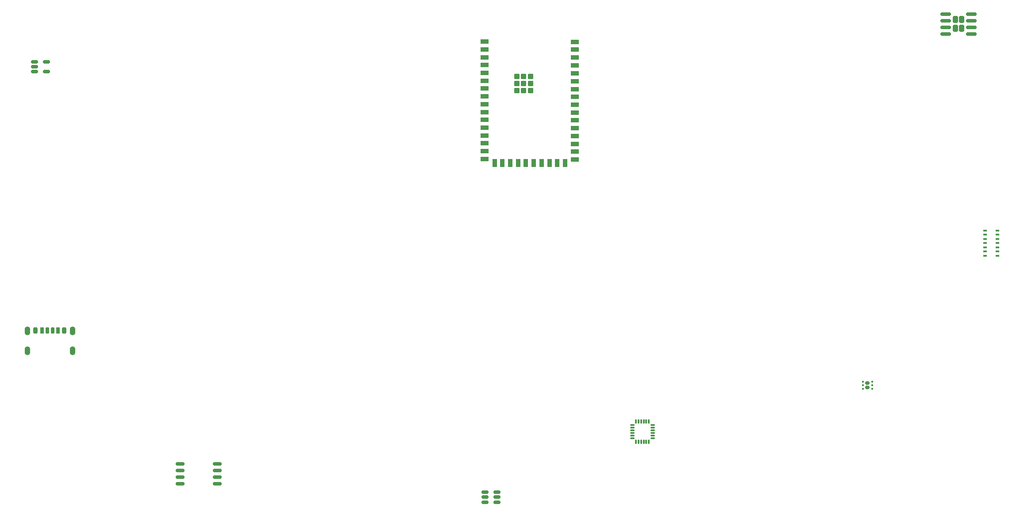
<source format=gbr>
%TF.GenerationSoftware,KiCad,Pcbnew,9.0.0*%
%TF.CreationDate,2025-04-09T11:56:36+05:30*%
%TF.ProjectId,IoT enabled health monitor,496f5420-656e-4616-926c-656420686561,rev?*%
%TF.SameCoordinates,Original*%
%TF.FileFunction,Paste,Top*%
%TF.FilePolarity,Positive*%
%FSLAX46Y46*%
G04 Gerber Fmt 4.6, Leading zero omitted, Abs format (unit mm)*
G04 Created by KiCad (PCBNEW 9.0.0) date 2025-04-09 11:56:36*
%MOMM*%
%LPD*%
G01*
G04 APERTURE LIST*
G04 Aperture macros list*
%AMRoundRect*
0 Rectangle with rounded corners*
0 $1 Rounding radius*
0 $2 $3 $4 $5 $6 $7 $8 $9 X,Y pos of 4 corners*
0 Add a 4 corners polygon primitive as box body*
4,1,4,$2,$3,$4,$5,$6,$7,$8,$9,$2,$3,0*
0 Add four circle primitives for the rounded corners*
1,1,$1+$1,$2,$3*
1,1,$1+$1,$4,$5*
1,1,$1+$1,$6,$7*
1,1,$1+$1,$8,$9*
0 Add four rect primitives between the rounded corners*
20,1,$1+$1,$2,$3,$4,$5,0*
20,1,$1+$1,$4,$5,$6,$7,0*
20,1,$1+$1,$6,$7,$8,$9,0*
20,1,$1+$1,$8,$9,$2,$3,0*%
G04 Aperture macros list end*
%ADD10RoundRect,0.150000X-0.512500X-0.150000X0.512500X-0.150000X0.512500X0.150000X-0.512500X0.150000X0*%
%ADD11RoundRect,0.250000X-0.285000X-0.285000X0.285000X-0.285000X0.285000X0.285000X-0.285000X0.285000X0*%
%ADD12R,1.500000X0.900000*%
%ADD13R,0.900000X1.500000*%
%ADD14RoundRect,0.242500X-0.242500X-0.422500X0.242500X-0.422500X0.242500X0.422500X-0.242500X0.422500X0*%
%ADD15RoundRect,0.150000X-0.825000X-0.150000X0.825000X-0.150000X0.825000X0.150000X-0.825000X0.150000X0*%
%ADD16RoundRect,0.162500X-0.650000X-0.162500X0.650000X-0.162500X0.650000X0.162500X-0.650000X0.162500X0*%
%ADD17RoundRect,0.160000X-0.245000X-0.160000X0.245000X-0.160000X0.245000X0.160000X-0.245000X0.160000X0*%
%ADD18RoundRect,0.093750X-0.093750X-0.106250X0.093750X-0.106250X0.093750X0.106250X-0.093750X0.106250X0*%
%ADD19RoundRect,0.075000X-0.350000X-0.075000X0.350000X-0.075000X0.350000X0.075000X-0.350000X0.075000X0*%
%ADD20RoundRect,0.075000X0.075000X-0.350000X0.075000X0.350000X-0.075000X0.350000X-0.075000X-0.350000X0*%
%ADD21RoundRect,0.087500X-0.287500X-0.087500X0.287500X-0.087500X0.287500X0.087500X-0.287500X0.087500X0*%
%ADD22RoundRect,0.175000X-0.175000X-0.425000X0.175000X-0.425000X0.175000X0.425000X-0.175000X0.425000X0*%
%ADD23RoundRect,0.190000X0.190000X0.410000X-0.190000X0.410000X-0.190000X-0.410000X0.190000X-0.410000X0*%
%ADD24RoundRect,0.200000X0.200000X0.400000X-0.200000X0.400000X-0.200000X-0.400000X0.200000X-0.400000X0*%
%ADD25RoundRect,0.175000X0.175000X0.425000X-0.175000X0.425000X-0.175000X-0.425000X0.175000X-0.425000X0*%
%ADD26RoundRect,0.190000X-0.190000X-0.410000X0.190000X-0.410000X0.190000X0.410000X-0.190000X0.410000X0*%
%ADD27RoundRect,0.200000X-0.200000X-0.400000X0.200000X-0.400000X0.200000X0.400000X-0.200000X0.400000X0*%
%ADD28O,1.100000X1.700000*%
G04 APERTURE END LIST*
D10*
%TO.C,U9*%
X148475000Y-150600000D03*
X148475000Y-151550000D03*
X148475000Y-152500000D03*
X150750000Y-152500000D03*
X150750000Y-151550000D03*
X150750000Y-150600000D03*
%TD*%
D11*
%TO.C,U8*%
X154497500Y-70940000D03*
X154497500Y-72270000D03*
X154497500Y-73600000D03*
X155827500Y-70940000D03*
X155827500Y-72270000D03*
X155827500Y-73600000D03*
X157157500Y-70940000D03*
X157157500Y-72270000D03*
X157157500Y-73600000D03*
D12*
X148392500Y-64230000D03*
X148392500Y-65730000D03*
X148392500Y-67230000D03*
X148392500Y-68730000D03*
X148392500Y-70230000D03*
X148392500Y-71730000D03*
X148392500Y-73230000D03*
X148392500Y-74730000D03*
X148392500Y-76230000D03*
X148392500Y-77730000D03*
X148392500Y-79230000D03*
X148392500Y-80730000D03*
X148392500Y-82230000D03*
X148392500Y-83730000D03*
X148392500Y-85230000D03*
X148392500Y-86730000D03*
D13*
X150267500Y-87480000D03*
X151767500Y-87480000D03*
X153267500Y-87480000D03*
X154767500Y-87480000D03*
X156267500Y-87480000D03*
X157767500Y-87480000D03*
X159267500Y-87480000D03*
X160767500Y-87480000D03*
X162267500Y-87480000D03*
X163767500Y-87480000D03*
D12*
X165642500Y-86830000D03*
X165642500Y-85330000D03*
X165642500Y-83830000D03*
X165642500Y-82330000D03*
X165642500Y-80830000D03*
X165642500Y-79330000D03*
X165642500Y-77830000D03*
X165642500Y-76330000D03*
X165642500Y-74830000D03*
X165642500Y-73330000D03*
X165642500Y-71830000D03*
X165642500Y-70330000D03*
X165642500Y-68830000D03*
X165642500Y-67230000D03*
X165642500Y-65730000D03*
X165642500Y-64330000D03*
%TD*%
D14*
%TO.C,U7*%
X238425000Y-60020000D03*
X238425000Y-61670000D03*
X239625000Y-60020000D03*
X239625000Y-61670000D03*
D15*
X236550000Y-58940000D03*
X236550000Y-60210000D03*
X236550000Y-61480000D03*
X236550000Y-62750000D03*
X241500000Y-62750000D03*
X241500000Y-61480000D03*
X241500000Y-60210000D03*
X241500000Y-58940000D03*
%TD*%
D10*
%TO.C,U6*%
X62225000Y-68100000D03*
X62225000Y-69050000D03*
X62225000Y-70000000D03*
X64500000Y-70000000D03*
X64500000Y-68100000D03*
%TD*%
D16*
%TO.C,U4*%
X90075000Y-145190000D03*
X90075000Y-146460000D03*
X90075000Y-147730000D03*
X90075000Y-149000000D03*
X97250000Y-149000000D03*
X97250000Y-147730000D03*
X97250000Y-146460000D03*
X97250000Y-145190000D03*
%TD*%
D17*
%TO.C,U3*%
X221612500Y-129700000D03*
X221612500Y-130500000D03*
D18*
X220725000Y-129450000D03*
X220725000Y-130100000D03*
X220725000Y-130750000D03*
X222500000Y-130750000D03*
X222500000Y-130100000D03*
X222500000Y-129450000D03*
%TD*%
D19*
%TO.C,U2*%
X176600000Y-137750000D03*
X176600000Y-138250000D03*
X176600000Y-138750000D03*
X176600000Y-139250000D03*
X176600000Y-139750000D03*
X176600000Y-140250000D03*
D20*
X177300000Y-140950000D03*
X177800000Y-140950000D03*
X178300000Y-140950000D03*
X178800000Y-140950000D03*
X179300000Y-140950000D03*
X179800000Y-140950000D03*
D19*
X180500000Y-140250000D03*
X180500000Y-139750000D03*
X180500000Y-139250000D03*
X180500000Y-138750000D03*
X180500000Y-138250000D03*
X180500000Y-137750000D03*
D20*
X179800000Y-137050000D03*
X179300000Y-137050000D03*
X178800000Y-137050000D03*
X178300000Y-137050000D03*
X177800000Y-137050000D03*
X177300000Y-137050000D03*
%TD*%
D21*
%TO.C,U1*%
X244100000Y-100450000D03*
X244100000Y-101250000D03*
X244100000Y-102050000D03*
X244100000Y-102850000D03*
X244100000Y-103650000D03*
X244100000Y-104450000D03*
X244100000Y-105250000D03*
X246500000Y-105250000D03*
X246500000Y-104450000D03*
X246500000Y-103650000D03*
X246500000Y-102850000D03*
X246500000Y-102050000D03*
X246500000Y-101250000D03*
X246500000Y-100450000D03*
%TD*%
D22*
%TO.C,J1*%
X64680000Y-119620000D03*
D23*
X66700000Y-119620000D03*
D24*
X67930000Y-119620000D03*
D25*
X65680000Y-119620000D03*
D26*
X63660000Y-119620000D03*
D27*
X62430000Y-119620000D03*
D28*
X60860000Y-119700000D03*
X60860000Y-123500000D03*
X69500000Y-119700000D03*
X69500000Y-123500000D03*
%TD*%
M02*

</source>
